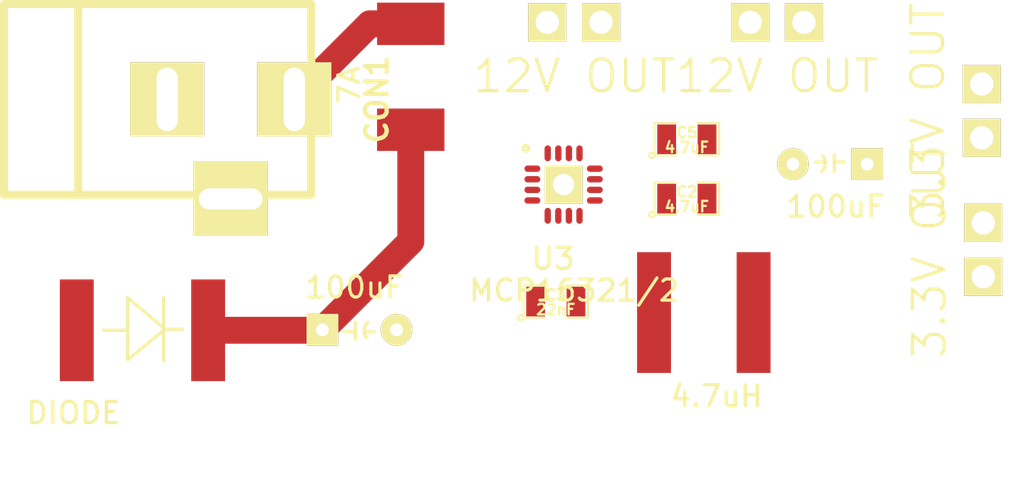
<source format=kicad_pcb>
(kicad_pcb (version 3) (host pcbnew "(2013-07-07 BZR 4022)-stable")

  (general
    (links 22)
    (no_connects 19)
    (area 190.830999 52.614334 257.265666 91.944)
    (thickness 1.6)
    (drawings 0)
    (tracks 5)
    (zones 0)
    (modules 14)
    (nets 7)
  )

  (page A3)
  (layers
    (15 F.Cu signal)
    (0 B.Cu signal)
    (16 B.Adhes user)
    (17 F.Adhes user)
    (18 B.Paste user)
    (19 F.Paste user)
    (20 B.SilkS user)
    (21 F.SilkS user)
    (22 B.Mask user)
    (23 F.Mask user)
    (24 Dwgs.User user)
    (25 Cmts.User user)
    (26 Eco1.User user)
    (27 Eco2.User user)
    (28 Edge.Cuts user)
  )

  (setup
    (last_trace_width 0.254)
    (trace_clearance 0.254)
    (zone_clearance 0.508)
    (zone_45_only no)
    (trace_min 0.254)
    (segment_width 0.2)
    (edge_width 0.1)
    (via_size 0.889)
    (via_drill 0.635)
    (via_min_size 0.889)
    (via_min_drill 0.508)
    (uvia_size 0.508)
    (uvia_drill 0.127)
    (uvias_allowed no)
    (uvia_min_size 0.508)
    (uvia_min_drill 0.127)
    (pcb_text_width 0.3)
    (pcb_text_size 1.5 1.5)
    (mod_edge_width 0.15)
    (mod_text_size 1 1)
    (mod_text_width 0.15)
    (pad_size 1.6 5.7)
    (pad_drill 0)
    (pad_to_mask_clearance 0)
    (aux_axis_origin 0 0)
    (visible_elements 7FFFFFFF)
    (pcbplotparams
      (layerselection 3178497)
      (usegerberextensions true)
      (excludeedgelayer true)
      (linewidth 0.150000)
      (plotframeref false)
      (viasonmask false)
      (mode 1)
      (useauxorigin false)
      (hpglpennumber 1)
      (hpglpenspeed 20)
      (hpglpendiameter 15)
      (hpglpenoverlay 2)
      (psnegative false)
      (psa4output false)
      (plotreference true)
      (plotvalue true)
      (plotothertext true)
      (plotinvisibletext false)
      (padsonsilk false)
      (subtractmaskfromsilk false)
      (outputformat 1)
      (mirror false)
      (drillshape 1)
      (scaleselection 1)
      (outputdirectory ""))
  )

  (net 0 "")
  (net 1 /12V)
  (net 2 /3.3V)
  (net 3 GND)
  (net 4 N-0000010)
  (net 5 N-000002)
  (net 6 N-000004)

  (net_class Default "This is the default net class."
    (clearance 0.254)
    (trace_width 0.254)
    (via_dia 0.889)
    (via_drill 0.635)
    (uvia_dia 0.508)
    (uvia_drill 0.127)
    (add_net "")
    (add_net /3.3V)
    (add_net GND)
    (add_net N-000002)
    (add_net N-000004)
  )

  (net_class 12V ""
    (clearance 0.254)
    (trace_width 1.27)
    (via_dia 0.889)
    (via_drill 0.635)
    (uvia_dia 0.508)
    (uvia_drill 0.127)
    (add_net /12V)
    (add_net N-0000010)
  )

  (net_class 2 ""
    (clearance 0.254)
    (trace_width 0.254)
    (via_dia 0.889)
    (via_drill 0.635)
    (uvia_dia 0.508)
    (uvia_drill 0.127)
  )

  (module SM0805 (layer F.Cu) (tedit 5091495C) (tstamp 53FA7025)
    (at 217.93454 74.31278)
    (path /53FA5748)
    (attr smd)
    (fp_text reference C3 (at 0 -0.3175) (layer F.SilkS)
      (effects (font (size 0.50038 0.50038) (thickness 0.10922)))
    )
    (fp_text value 22nF (at 0 0.381) (layer F.SilkS)
      (effects (font (size 0.50038 0.50038) (thickness 0.10922)))
    )
    (fp_circle (center -1.651 0.762) (end -1.651 0.635) (layer F.SilkS) (width 0.09906))
    (fp_line (start -0.508 0.762) (end -1.524 0.762) (layer F.SilkS) (width 0.09906))
    (fp_line (start -1.524 0.762) (end -1.524 -0.762) (layer F.SilkS) (width 0.09906))
    (fp_line (start -1.524 -0.762) (end -0.508 -0.762) (layer F.SilkS) (width 0.09906))
    (fp_line (start 0.508 -0.762) (end 1.524 -0.762) (layer F.SilkS) (width 0.09906))
    (fp_line (start 1.524 -0.762) (end 1.524 0.762) (layer F.SilkS) (width 0.09906))
    (fp_line (start 1.524 0.762) (end 0.508 0.762) (layer F.SilkS) (width 0.09906))
    (pad 1 smd rect (at -0.9525 0) (size 0.889 1.397)
      (layers F.Cu F.Paste F.Mask)
      (net 5 N-000002)
    )
    (pad 2 smd rect (at 0.9525 0) (size 0.889 1.397)
      (layers F.Cu F.Paste F.Mask)
    )
    (model smd/chip_cms.wrl
      (at (xyz 0 0 0))
      (scale (xyz 0.1 0.1 0.1))
      (rotate (xyz 0 0 0))
    )
  )

  (module SM0805 (layer F.Cu) (tedit 5091495C) (tstamp 53FA7032)
    (at 224.11944 69.45376)
    (path /53FA574C)
    (attr smd)
    (fp_text reference C2 (at 0 -0.3175) (layer F.SilkS)
      (effects (font (size 0.50038 0.50038) (thickness 0.10922)))
    )
    (fp_text value 4.7uF (at 0 0.381) (layer F.SilkS)
      (effects (font (size 0.50038 0.50038) (thickness 0.10922)))
    )
    (fp_circle (center -1.651 0.762) (end -1.651 0.635) (layer F.SilkS) (width 0.09906))
    (fp_line (start -0.508 0.762) (end -1.524 0.762) (layer F.SilkS) (width 0.09906))
    (fp_line (start -1.524 0.762) (end -1.524 -0.762) (layer F.SilkS) (width 0.09906))
    (fp_line (start -1.524 -0.762) (end -0.508 -0.762) (layer F.SilkS) (width 0.09906))
    (fp_line (start 0.508 -0.762) (end 1.524 -0.762) (layer F.SilkS) (width 0.09906))
    (fp_line (start 1.524 -0.762) (end 1.524 0.762) (layer F.SilkS) (width 0.09906))
    (fp_line (start 1.524 0.762) (end 0.508 0.762) (layer F.SilkS) (width 0.09906))
    (pad 1 smd rect (at -0.9525 0) (size 0.889 1.397)
      (layers F.Cu F.Paste F.Mask)
      (net 1 /12V)
    )
    (pad 2 smd rect (at 0.9525 0) (size 0.889 1.397)
      (layers F.Cu F.Paste F.Mask)
      (net 3 GND)
    )
    (model smd/chip_cms.wrl
      (at (xyz 0 0 0))
      (scale (xyz 0.1 0.1 0.1))
      (rotate (xyz 0 0 0))
    )
  )

  (module SM0805 (layer F.Cu) (tedit 5091495C) (tstamp 53FA703F)
    (at 224.11944 66.65468)
    (path /53FA61A3)
    (attr smd)
    (fp_text reference C5 (at 0 -0.3175) (layer F.SilkS)
      (effects (font (size 0.50038 0.50038) (thickness 0.10922)))
    )
    (fp_text value 4.7uF (at 0 0.381) (layer F.SilkS)
      (effects (font (size 0.50038 0.50038) (thickness 0.10922)))
    )
    (fp_circle (center -1.651 0.762) (end -1.651 0.635) (layer F.SilkS) (width 0.09906))
    (fp_line (start -0.508 0.762) (end -1.524 0.762) (layer F.SilkS) (width 0.09906))
    (fp_line (start -1.524 0.762) (end -1.524 -0.762) (layer F.SilkS) (width 0.09906))
    (fp_line (start -1.524 -0.762) (end -0.508 -0.762) (layer F.SilkS) (width 0.09906))
    (fp_line (start 0.508 -0.762) (end 1.524 -0.762) (layer F.SilkS) (width 0.09906))
    (fp_line (start 1.524 -0.762) (end 1.524 0.762) (layer F.SilkS) (width 0.09906))
    (fp_line (start 1.524 0.762) (end 0.508 0.762) (layer F.SilkS) (width 0.09906))
    (pad 1 smd rect (at -0.9525 0) (size 0.889 1.397)
      (layers F.Cu F.Paste F.Mask)
      (net 1 /12V)
    )
    (pad 2 smd rect (at 0.9525 0) (size 0.889 1.397)
      (layers F.Cu F.Paste F.Mask)
      (net 3 GND)
    )
    (model smd/chip_cms.wrl
      (at (xyz 0 0 0))
      (scale (xyz 0.1 0.1 0.1))
      (rotate (xyz 0 0 0))
    )
  )

  (module QFN_3X3_HANDSOLDER (layer F.Cu) (tedit 53C9B5D3) (tstamp 53FA7055)
    (at 218.30284 68.79082)
    (path /53FA5740)
    (solder_mask_margin 0.05)
    (clearance 0.05)
    (fp_text reference U3 (at -0.5 3.5) (layer F.SilkS)
      (effects (font (size 1 1) (thickness 0.15)))
    )
    (fp_text value MCP16321/2 (at 0.5 5) (layer F.SilkS)
      (effects (font (size 1 1) (thickness 0.15)))
    )
    (fp_circle (center -1.785 -1.71) (end -1.665 -1.65) (layer F.SilkS) (width 0.15))
    (pad 17 thru_hole rect (at 0 0 90) (size 1.8 1.8) (drill oval 1)
      (layers *.Cu *.Mask F.SilkS)
      (net 3 GND)
    )
    (pad 16 smd oval (at -0.75 -1.475) (size 0.3 0.75)
      (layers F.Cu F.Paste F.Mask)
    )
    (pad 15 smd oval (at -0.25 -1.475) (size 0.3 0.75)
      (layers F.Cu F.Paste F.Mask)
      (net 3 GND)
    )
    (pad 14 smd oval (at 0.25 -1.475) (size 0.3 0.75)
      (layers F.Cu F.Paste F.Mask)
    )
    (pad 13 smd oval (at 0.75 -1.475) (size 0.3 0.75)
      (layers F.Cu F.Paste F.Mask)
    )
    (pad 5 smd oval (at -0.75 1.475) (size 0.3 0.75)
      (layers F.Cu F.Paste F.Mask)
      (net 2 /3.3V)
    )
    (pad 6 smd oval (at -0.25 1.475) (size 0.3 0.75)
      (layers F.Cu F.Paste F.Mask)
    )
    (pad 7 smd oval (at 0.25 1.475) (size 0.3 0.75)
      (layers F.Cu F.Paste F.Mask)
    )
    (pad 8 smd oval (at 0.75 1.475) (size 0.3 0.75)
      (layers F.Cu F.Paste F.Mask)
    )
    (pad 9 smd oval (at 1.475 0.75 90) (size 0.3 0.75)
      (layers F.Cu F.Paste F.Mask)
    )
    (pad 10 smd oval (at 1.475 0.25 90) (size 0.3 0.75)
      (layers F.Cu F.Paste F.Mask)
      (net 5 N-000002)
    )
    (pad 11 smd oval (at 1.475 -0.25 90) (size 0.3 0.75)
      (layers F.Cu F.Paste F.Mask)
    )
    (pad 12 smd oval (at 1.475 -0.75 90) (size 0.3 0.75)
      (layers F.Cu F.Paste F.Mask)
      (net 6 N-000004)
    )
    (pad 4 smd oval (at -1.475 0.75 90) (size 0.3 0.75)
      (layers F.Cu F.Paste F.Mask)
      (net 3 GND)
    )
    (pad 3 smd oval (at -1.475 0.25 90) (size 0.3 0.75)
      (layers F.Cu F.Paste F.Mask)
    )
    (pad 2 smd oval (at -1.475 -0.25 90) (size 0.3 0.75)
      (layers F.Cu F.Paste F.Mask)
      (net 1 /12V)
    )
    (pad 1 smd oval (at -1.475 -0.75 90) (size 0.3 0.75)
      (layers F.Cu F.Paste F.Mask)
    )
  )

  (module NR6028T4R7M (layer F.Cu) (tedit 53FA6E26) (tstamp 53FA705B)
    (at 225.37166 80.13192)
    (path /53FA5749)
    (fp_text reference L1 (at 0 0) (layer F.SilkS) hide
      (effects (font (size 1 1) (thickness 0.15)))
    )
    (fp_text value 4.7uH (at 0.15 -1.35) (layer F.SilkS)
      (effects (font (size 1 1) (thickness 0.15)))
    )
    (pad 1 smd rect (at -2.8 -5.3) (size 1.6 5.7)
      (layers F.Cu F.Paste F.Mask)
      (net 2 /3.3V)
    )
    (pad 2 smd rect (at 1.9 -5.3) (size 1.6 5.7)
      (layers F.Cu F.Paste F.Mask)
      (net 6 N-000004)
    )
  )

  (module FUSE_2-SMD (layer F.Cu) (tedit 53FA6999) (tstamp 53FA7061)
    (at 206.73822 64.00292 270)
    (path /53FA5742)
    (fp_text reference F1 (at 0 0 270) (layer F.SilkS) hide
      (effects (font (size 1 1) (thickness 0.15)))
    )
    (fp_text value 7A (at 0.1 -1.45 270) (layer F.SilkS)
      (effects (font (size 1 1) (thickness 0.15)))
    )
    (pad 1 smd rect (at -2.8 -4.35 270) (size 2 3.18)
      (layers F.Cu F.Paste F.Mask)
      (net 4 N-0000010)
    )
    (pad 2 smd rect (at 2.2 -4.35 270) (size 2 3.18)
      (layers F.Cu F.Paste F.Mask)
      (net 1 /12V)
    )
  )

  (module DIODE_SMC (layer F.Cu) (tedit 53FA6667) (tstamp 53FA706D)
    (at 195.32346 80.86852)
    (path /53FA5744)
    (fp_text reference D1 (at 0 0) (layer F.SilkS) hide
      (effects (font (size 1 1) (thickness 0.15)))
    )
    (fp_text value DIODE (at -0.15 -1.3) (layer F.SilkS)
      (effects (font (size 1 1) (thickness 0.15)))
    )
    (fp_line (start 2.35 -5.2) (end 1.25 -5.2) (layer F.SilkS) (width 0.15))
    (fp_line (start 4.1 -5.25) (end 5 -5.25) (layer F.SilkS) (width 0.15))
    (fp_line (start 4.1 -5.3) (end 2.4 -6.75) (layer F.SilkS) (width 0.15))
    (fp_line (start 2.4 -6.75) (end 2.4 -3.8) (layer F.SilkS) (width 0.15))
    (fp_line (start 2.4 -3.8) (end 4.1 -5.2) (layer F.SilkS) (width 0.15))
    (fp_line (start 4.1 -6.75) (end 4.1 -3.75) (layer F.SilkS) (width 0.15))
    (pad 1 smd rect (at 0 -5.2) (size 1.6 4.8)
      (layers F.Cu F.Paste F.Mask)
      (net 3 GND)
    )
    (pad 2 smd rect (at 6.2 -5.2) (size 1.6 4.8)
      (layers F.Cu F.Paste F.Mask)
      (net 1 /12V)
    )
  )

  (module CP_3.5MM (layer F.Cu) (tedit 53FA5ED3) (tstamp 53FA7077)
    (at 229.12832 72.3265)
    (path /53FA59E2)
    (fp_text reference C4 (at 2 -1) (layer F.SilkS) hide
      (effects (font (size 1 1) (thickness 0.15)))
    )
    (fp_text value 100uF (at 2 -2.5) (layer F.SilkS)
      (effects (font (size 1 1) (thickness 0.15)))
    )
    (fp_line (start 1.4 -4.6) (end 1.05 -4.6) (layer F.SilkS) (width 0.15))
    (fp_line (start 2.05 -4.6) (end 2.45 -4.6) (layer F.SilkS) (width 0.15))
    (fp_line (start 1.95 -4.95) (end 1.95 -4.15) (layer F.SilkS) (width 0.15))
    (fp_arc (start 1 -4.55) (end 1.4 -4.9) (angle 90) (layer F.SilkS) (width 0.15))
    (pad 2 thru_hole circle (at 0 -4.5) (size 1.5 1.5) (drill 0.6)
      (layers *.Cu *.Mask F.SilkS)
      (net 3 GND)
    )
    (pad 1 thru_hole rect (at 3.5 -4.5) (size 1.5 1.5) (drill 0.6)
      (layers *.Cu *.Mask F.SilkS)
      (net 2 /3.3V)
    )
  )

  (module CP_3.5MM (layer F.Cu) (tedit 53FA5ED3) (tstamp 53FA7081)
    (at 210.41868 71.1454 180)
    (path /53FA59F1)
    (fp_text reference C1 (at 2 -1 180) (layer F.SilkS) hide
      (effects (font (size 1 1) (thickness 0.15)))
    )
    (fp_text value 100uF (at 2 -2.5 180) (layer F.SilkS)
      (effects (font (size 1 1) (thickness 0.15)))
    )
    (fp_line (start 1.4 -4.6) (end 1.05 -4.6) (layer F.SilkS) (width 0.15))
    (fp_line (start 2.05 -4.6) (end 2.45 -4.6) (layer F.SilkS) (width 0.15))
    (fp_line (start 1.95 -4.95) (end 1.95 -4.15) (layer F.SilkS) (width 0.15))
    (fp_arc (start 1 -4.55) (end 1.4 -4.9) (angle 90) (layer F.SilkS) (width 0.15))
    (pad 2 thru_hole circle (at 0 -4.5 180) (size 1.5 1.5) (drill 0.6)
      (layers *.Cu *.Mask F.SilkS)
      (net 3 GND)
    )
    (pad 1 thru_hole rect (at 3.5 -4.5 180) (size 1.5 1.5) (drill 0.6)
      (layers *.Cu *.Mask F.SilkS)
      (net 1 /12V)
    )
  )

  (module Connector_Wire_2 (layer F.Cu) (tedit 53FA43E8) (tstamp 53FA7087)
    (at 239.80902 61.13018 90)
    (path /53FA574F)
    (fp_text reference U1 (at 6.35 -6.35 90) (layer F.SilkS) hide
      (effects (font (size 1.5 1.5) (thickness 0.15)))
    )
    (fp_text value "12V OUT" (at -2.54 -11.43 180) (layer F.SilkS)
      (effects (font (size 1.5 1.5) (thickness 0.15)))
    )
    (pad 1 thru_hole rect (at 0 -12.7 90) (size 1.8 1.8) (drill 1.1)
      (layers *.Cu *.Mask F.SilkS)
    )
    (pad 2 thru_hole rect (at 0 -10.16 90) (size 1.8 1.8) (drill 1.1)
      (layers *.Cu *.Mask F.SilkS)
      (net 3 GND)
    )
  )

  (module Connector_Wire_2 (layer F.Cu) (tedit 53FA43E8) (tstamp 53FA708D)
    (at 238.11484 83.2993)
    (path /53FA5750)
    (fp_text reference U2 (at 6.35 -6.35) (layer F.SilkS) hide
      (effects (font (size 1.5 1.5) (thickness 0.15)))
    )
    (fp_text value "3.3V OUT" (at -2.54 -11.43 90) (layer F.SilkS)
      (effects (font (size 1.5 1.5) (thickness 0.15)))
    )
    (pad 1 thru_hole rect (at 0 -12.7) (size 1.8 1.8) (drill 1.1)
      (layers *.Cu *.Mask F.SilkS)
    )
    (pad 2 thru_hole rect (at 0 -10.16) (size 1.8 1.8) (drill 1.1)
      (layers *.Cu *.Mask F.SilkS)
      (net 3 GND)
    )
  )

  (module Connector_Wire_2 (layer F.Cu) (tedit 53FA43E8) (tstamp 53FA7093)
    (at 238.04118 76.74356)
    (path /53FA57F1)
    (fp_text reference U5 (at 6.35 -6.35) (layer F.SilkS) hide
      (effects (font (size 1.5 1.5) (thickness 0.15)))
    )
    (fp_text value "3.3V OUT" (at -2.54 -11.43 90) (layer F.SilkS)
      (effects (font (size 1.5 1.5) (thickness 0.15)))
    )
    (pad 1 thru_hole rect (at 0 -12.7) (size 1.8 1.8) (drill 1.1)
      (layers *.Cu *.Mask F.SilkS)
    )
    (pad 2 thru_hole rect (at 0 -10.16) (size 1.8 1.8) (drill 1.1)
      (layers *.Cu *.Mask F.SilkS)
      (net 3 GND)
    )
  )

  (module Connector_Wire_2 (layer F.Cu) (tedit 53FA43E8) (tstamp 53FA7099)
    (at 230.23322 61.13018 90)
    (path /53FA57F7)
    (fp_text reference U4 (at 6.35 -6.35 90) (layer F.SilkS) hide
      (effects (font (size 1.5 1.5) (thickness 0.15)))
    )
    (fp_text value "12V OUT" (at -2.54 -11.43 180) (layer F.SilkS)
      (effects (font (size 1.5 1.5) (thickness 0.15)))
    )
    (pad 1 thru_hole rect (at 0 -12.7 90) (size 1.8 1.8) (drill 1.1)
      (layers *.Cu *.Mask F.SilkS)
    )
    (pad 2 thru_hole rect (at 0 -10.16 90) (size 1.8 1.8) (drill 1.1)
      (layers *.Cu *.Mask F.SilkS)
      (net 3 GND)
    )
  )

  (module BARREL_JACK (layer F.Cu) (tedit 505F99C2) (tstamp 53FA70A5)
    (at 199.39 64.77)
    (descr "DC Barrel Jack")
    (tags "Power Jack")
    (path /53FA573E)
    (fp_text reference CON1 (at 10.09904 0 90) (layer F.SilkS)
      (effects (font (size 1.016 1.016) (thickness 0.2032)))
    )
    (fp_text value "12V INPUT" (at 0 -5.99948) (layer F.SilkS) hide
      (effects (font (size 1.016 1.016) (thickness 0.2032)))
    )
    (fp_line (start -4.0005 -4.50088) (end -4.0005 4.50088) (layer F.SilkS) (width 0.381))
    (fp_line (start -7.50062 -4.50088) (end -7.50062 4.50088) (layer F.SilkS) (width 0.381))
    (fp_line (start -7.50062 4.50088) (end 7.00024 4.50088) (layer F.SilkS) (width 0.381))
    (fp_line (start 7.00024 4.50088) (end 7.00024 -4.50088) (layer F.SilkS) (width 0.381))
    (fp_line (start 7.00024 -4.50088) (end -7.50062 -4.50088) (layer F.SilkS) (width 0.381))
    (pad 1 thru_hole rect (at 6.20014 0) (size 3.50012 3.50012) (drill oval 1.00076 2.99974)
      (layers *.Cu *.Mask F.SilkS)
      (net 4 N-0000010)
    )
    (pad 2 thru_hole rect (at 0.20066 0) (size 3.50012 3.50012) (drill oval 1.00076 2.99974)
      (layers *.Cu *.Mask F.SilkS)
      (net 3 GND)
    )
    (pad 3 thru_hole rect (at 3.2004 4.699) (size 3.50012 3.50012) (drill oval 2.99974 1.00076)
      (layers *.Cu *.Mask F.SilkS)
    )
  )

  (segment (start 201.52346 75.66852) (end 206.89556 75.66852) (width 1.27) (layer F.Cu) (net 1) (status C00000))
  (segment (start 211.08822 71.47586) (end 211.08822 66.20292) (width 1.27) (layer F.Cu) (net 1) (tstamp 53FA7767) (status 800000))
  (segment (start 206.89556 75.66852) (end 211.08822 71.47586) (width 1.27) (layer F.Cu) (net 1) (tstamp 53FA7766) (status 400000))
  (segment (start 211.08822 61.20292) (end 209.15722 61.20292) (width 1.27) (layer F.Cu) (net 4) (status 400000))
  (segment (start 209.15722 61.20292) (end 205.59014 64.77) (width 1.27) (layer F.Cu) (net 4) (tstamp 53FA77A2) (status 800000))

)

</source>
